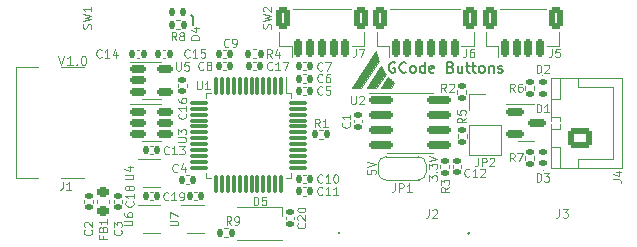
<source format=gbr>
%TF.GenerationSoftware,KiCad,Pcbnew,(6.0.6)*%
%TF.CreationDate,2022-07-10T21:22:37+02:00*%
%TF.ProjectId,GCode_Buttons_MCU,47436f64-655f-4427-9574-746f6e735f4d,rev?*%
%TF.SameCoordinates,Original*%
%TF.FileFunction,Legend,Top*%
%TF.FilePolarity,Positive*%
%FSLAX46Y46*%
G04 Gerber Fmt 4.6, Leading zero omitted, Abs format (unit mm)*
G04 Created by KiCad (PCBNEW (6.0.6)) date 2022-07-10 21:22:37*
%MOMM*%
%LPD*%
G01*
G04 APERTURE LIST*
G04 Aperture macros list*
%AMRoundRect*
0 Rectangle with rounded corners*
0 $1 Rounding radius*
0 $2 $3 $4 $5 $6 $7 $8 $9 X,Y pos of 4 corners*
0 Add a 4 corners polygon primitive as box body*
4,1,4,$2,$3,$4,$5,$6,$7,$8,$9,$2,$3,0*
0 Add four circle primitives for the rounded corners*
1,1,$1+$1,$2,$3*
1,1,$1+$1,$4,$5*
1,1,$1+$1,$6,$7*
1,1,$1+$1,$8,$9*
0 Add four rect primitives between the rounded corners*
20,1,$1+$1,$2,$3,$4,$5,0*
20,1,$1+$1,$4,$5,$6,$7,0*
20,1,$1+$1,$6,$7,$8,$9,0*
20,1,$1+$1,$8,$9,$2,$3,0*%
%AMFreePoly0*
4,1,22,0.550000,-0.750000,0.000000,-0.750000,0.000000,-0.745033,-0.079941,-0.743568,-0.215256,-0.701293,-0.333266,-0.622738,-0.424486,-0.514219,-0.481581,-0.384460,-0.499164,-0.250000,-0.500000,-0.250000,-0.500000,0.250000,-0.499164,0.250000,-0.499963,0.256109,-0.478152,0.396186,-0.417904,0.524511,-0.324060,0.630769,-0.204165,0.706417,-0.067858,0.745374,0.000000,0.744959,0.000000,0.750000,
0.550000,0.750000,0.550000,-0.750000,0.550000,-0.750000,$1*%
%AMFreePoly1*
4,1,20,0.000000,0.744959,0.073905,0.744508,0.209726,0.703889,0.328688,0.626782,0.421226,0.519385,0.479903,0.390333,0.500000,0.250000,0.500000,-0.250000,0.499851,-0.262216,0.476331,-0.402017,0.414519,-0.529596,0.319384,-0.634700,0.198574,-0.708877,0.061801,-0.746166,0.000000,-0.745033,0.000000,-0.750000,-0.550000,-0.750000,-0.550000,0.750000,0.000000,0.750000,0.000000,0.744959,
0.000000,0.744959,$1*%
G04 Aperture macros list end*
%ADD10C,0.003000*%
%ADD11C,0.150000*%
%ADD12C,0.100000*%
%ADD13C,0.120000*%
%ADD14RoundRect,0.140000X0.170000X-0.140000X0.170000X0.140000X-0.170000X0.140000X-0.170000X-0.140000X0*%
%ADD15RoundRect,0.140000X-0.170000X0.140000X-0.170000X-0.140000X0.170000X-0.140000X0.170000X0.140000X0*%
%ADD16RoundRect,0.140000X0.140000X0.170000X-0.140000X0.170000X-0.140000X-0.170000X0.140000X-0.170000X0*%
%ADD17RoundRect,0.140000X-0.140000X-0.170000X0.140000X-0.170000X0.140000X0.170000X-0.140000X0.170000X0*%
%ADD18RoundRect,0.150000X-0.587500X-0.150000X0.587500X-0.150000X0.587500X0.150000X-0.587500X0.150000X0*%
%ADD19RoundRect,0.147500X-0.172500X0.147500X-0.172500X-0.147500X0.172500X-0.147500X0.172500X0.147500X0*%
%ADD20RoundRect,0.147500X0.172500X-0.147500X0.172500X0.147500X-0.172500X0.147500X-0.172500X-0.147500X0*%
%ADD21RoundRect,0.147500X0.147500X0.172500X-0.147500X0.172500X-0.147500X-0.172500X0.147500X-0.172500X0*%
%ADD22R,1.000000X0.600000*%
%ADD23RoundRect,0.218750X-0.256250X0.218750X-0.256250X-0.218750X0.256250X-0.218750X0.256250X0.218750X0*%
%ADD24C,2.200000*%
%ADD25C,0.650000*%
%ADD26R,1.450000X0.600000*%
%ADD27R,1.450000X0.300000*%
%ADD28O,2.100000X1.000000*%
%ADD29O,1.600000X1.000000*%
%ADD30RoundRect,0.250000X0.750000X-0.600000X0.750000X0.600000X-0.750000X0.600000X-0.750000X-0.600000X0*%
%ADD31O,2.000000X1.700000*%
%ADD32RoundRect,0.150000X-0.150000X-0.625000X0.150000X-0.625000X0.150000X0.625000X-0.150000X0.625000X0*%
%ADD33RoundRect,0.250000X-0.350000X-0.650000X0.350000X-0.650000X0.350000X0.650000X-0.350000X0.650000X0*%
%ADD34FreePoly0,0.000000*%
%ADD35R,1.000000X1.500000*%
%ADD36FreePoly1,0.000000*%
%ADD37R,1.700000X1.700000*%
%ADD38O,1.700000X1.700000*%
%ADD39RoundRect,0.135000X-0.135000X-0.185000X0.135000X-0.185000X0.135000X0.185000X-0.135000X0.185000X0*%
%ADD40RoundRect,0.135000X0.185000X-0.135000X0.185000X0.135000X-0.185000X0.135000X-0.185000X-0.135000X0*%
%ADD41RoundRect,0.135000X0.135000X0.185000X-0.135000X0.185000X-0.135000X-0.185000X0.135000X-0.185000X0*%
%ADD42RoundRect,0.135000X-0.185000X0.135000X-0.185000X-0.135000X0.185000X-0.135000X0.185000X0.135000X0*%
%ADD43C,0.700000*%
%ADD44R,0.900000X0.800000*%
%ADD45R,0.600000X1.200000*%
%ADD46RoundRect,0.075000X-0.075000X0.662500X-0.075000X-0.662500X0.075000X-0.662500X0.075000X0.662500X0*%
%ADD47RoundRect,0.075000X-0.662500X0.075000X-0.662500X-0.075000X0.662500X-0.075000X0.662500X0.075000X0*%
%ADD48RoundRect,0.150000X-0.825000X-0.150000X0.825000X-0.150000X0.825000X0.150000X-0.825000X0.150000X0*%
%ADD49RoundRect,0.150000X-0.512500X-0.150000X0.512500X-0.150000X0.512500X0.150000X-0.512500X0.150000X0*%
%ADD50R,0.650000X0.400000*%
%ADD51R,2.400000X2.400000*%
%ADD52R,0.400000X1.350000*%
%ADD53C,0.450000*%
%ADD54C,0.800000*%
%ADD55C,0.600000*%
G04 APERTURE END LIST*
D10*
G36*
X129901779Y-96197589D02*
G01*
X129959085Y-96258900D01*
X130017545Y-96319094D01*
X130077141Y-96378156D01*
X130137856Y-96436068D01*
X130199672Y-96492813D01*
X130262572Y-96548375D01*
X130326538Y-96602737D01*
X130326538Y-96602745D01*
X130033343Y-97051722D01*
X129240807Y-97050000D01*
X129845644Y-96135179D01*
X129901779Y-96197589D01*
G37*
X129901779Y-96197589D02*
X129959085Y-96258900D01*
X130017545Y-96319094D01*
X130077141Y-96378156D01*
X130137856Y-96436068D01*
X130199672Y-96492813D01*
X130262572Y-96548375D01*
X130326538Y-96602737D01*
X130326538Y-96602745D01*
X130033343Y-97051722D01*
X129240807Y-97050000D01*
X129845644Y-96135179D01*
X129901779Y-96197589D01*
G36*
X128827028Y-94046953D02*
G01*
X128848835Y-94155873D01*
X128873362Y-94264145D01*
X128900534Y-94371570D01*
X128930276Y-94477944D01*
X128962514Y-94583069D01*
X128997173Y-94686743D01*
X129034178Y-94788765D01*
X127550000Y-97050000D01*
X126758354Y-97049166D01*
X128808015Y-93937587D01*
X128827028Y-94046953D01*
G37*
X128827028Y-94046953D02*
X128848835Y-94155873D01*
X128873362Y-94264145D01*
X128900534Y-94371570D01*
X128930276Y-94477944D01*
X128962514Y-94583069D01*
X128997173Y-94686743D01*
X129034178Y-94788765D01*
X127550000Y-97050000D01*
X126758354Y-97049166D01*
X128808015Y-93937587D01*
X128827028Y-94046953D01*
D11*
X113300000Y-91050000D02*
X113100000Y-90850000D01*
D10*
G36*
X129260213Y-95289218D02*
G01*
X129303368Y-95368642D01*
X129348107Y-95447067D01*
X129394409Y-95524470D01*
X129442253Y-95600829D01*
X129491621Y-95676121D01*
X129542491Y-95750325D01*
X129594843Y-95823418D01*
X128790989Y-97051722D01*
X127999580Y-97050595D01*
X129218661Y-95208817D01*
X129260213Y-95289218D01*
G37*
X129260213Y-95289218D02*
X129303368Y-95368642D01*
X129348107Y-95447067D01*
X129394409Y-95524470D01*
X129442253Y-95600829D01*
X129491621Y-95676121D01*
X129542491Y-95750325D01*
X129594843Y-95823418D01*
X128790989Y-97051722D01*
X127999580Y-97050595D01*
X129218661Y-95208817D01*
X129260213Y-95289218D01*
D11*
X113300000Y-91750000D02*
X113300000Y-91050000D01*
X130392857Y-94900000D02*
X130307142Y-94857142D01*
X130178571Y-94857142D01*
X130050000Y-94900000D01*
X129964285Y-94985714D01*
X129921428Y-95071428D01*
X129878571Y-95242857D01*
X129878571Y-95371428D01*
X129921428Y-95542857D01*
X129964285Y-95628571D01*
X130050000Y-95714285D01*
X130178571Y-95757142D01*
X130264285Y-95757142D01*
X130392857Y-95714285D01*
X130435714Y-95671428D01*
X130435714Y-95371428D01*
X130264285Y-95371428D01*
X131335714Y-95671428D02*
X131292857Y-95714285D01*
X131164285Y-95757142D01*
X131078571Y-95757142D01*
X130950000Y-95714285D01*
X130864285Y-95628571D01*
X130821428Y-95542857D01*
X130778571Y-95371428D01*
X130778571Y-95242857D01*
X130821428Y-95071428D01*
X130864285Y-94985714D01*
X130950000Y-94900000D01*
X131078571Y-94857142D01*
X131164285Y-94857142D01*
X131292857Y-94900000D01*
X131335714Y-94942857D01*
X131850000Y-95757142D02*
X131764285Y-95714285D01*
X131721428Y-95671428D01*
X131678571Y-95585714D01*
X131678571Y-95328571D01*
X131721428Y-95242857D01*
X131764285Y-95200000D01*
X131850000Y-95157142D01*
X131978571Y-95157142D01*
X132064285Y-95200000D01*
X132107142Y-95242857D01*
X132150000Y-95328571D01*
X132150000Y-95585714D01*
X132107142Y-95671428D01*
X132064285Y-95714285D01*
X131978571Y-95757142D01*
X131850000Y-95757142D01*
X132921428Y-95757142D02*
X132921428Y-94857142D01*
X132921428Y-95714285D02*
X132835714Y-95757142D01*
X132664285Y-95757142D01*
X132578571Y-95714285D01*
X132535714Y-95671428D01*
X132492857Y-95585714D01*
X132492857Y-95328571D01*
X132535714Y-95242857D01*
X132578571Y-95200000D01*
X132664285Y-95157142D01*
X132835714Y-95157142D01*
X132921428Y-95200000D01*
X133692857Y-95714285D02*
X133607142Y-95757142D01*
X133435714Y-95757142D01*
X133350000Y-95714285D01*
X133307142Y-95628571D01*
X133307142Y-95285714D01*
X133350000Y-95200000D01*
X133435714Y-95157142D01*
X133607142Y-95157142D01*
X133692857Y-95200000D01*
X133735714Y-95285714D01*
X133735714Y-95371428D01*
X133307142Y-95457142D01*
X135107142Y-95285714D02*
X135235714Y-95328571D01*
X135278571Y-95371428D01*
X135321428Y-95457142D01*
X135321428Y-95585714D01*
X135278571Y-95671428D01*
X135235714Y-95714285D01*
X135150000Y-95757142D01*
X134807142Y-95757142D01*
X134807142Y-94857142D01*
X135107142Y-94857142D01*
X135192857Y-94900000D01*
X135235714Y-94942857D01*
X135278571Y-95028571D01*
X135278571Y-95114285D01*
X135235714Y-95200000D01*
X135192857Y-95242857D01*
X135107142Y-95285714D01*
X134807142Y-95285714D01*
X136092857Y-95157142D02*
X136092857Y-95757142D01*
X135707142Y-95157142D02*
X135707142Y-95628571D01*
X135750000Y-95714285D01*
X135835714Y-95757142D01*
X135964285Y-95757142D01*
X136050000Y-95714285D01*
X136092857Y-95671428D01*
X136392857Y-95157142D02*
X136735714Y-95157142D01*
X136521428Y-94857142D02*
X136521428Y-95628571D01*
X136564285Y-95714285D01*
X136650000Y-95757142D01*
X136735714Y-95757142D01*
X136907142Y-95157142D02*
X137250000Y-95157142D01*
X137035714Y-94857142D02*
X137035714Y-95628571D01*
X137078571Y-95714285D01*
X137164285Y-95757142D01*
X137250000Y-95757142D01*
X137678571Y-95757142D02*
X137592857Y-95714285D01*
X137550000Y-95671428D01*
X137507142Y-95585714D01*
X137507142Y-95328571D01*
X137550000Y-95242857D01*
X137592857Y-95200000D01*
X137678571Y-95157142D01*
X137807142Y-95157142D01*
X137892857Y-95200000D01*
X137935714Y-95242857D01*
X137978571Y-95328571D01*
X137978571Y-95585714D01*
X137935714Y-95671428D01*
X137892857Y-95714285D01*
X137807142Y-95757142D01*
X137678571Y-95757142D01*
X138364285Y-95157142D02*
X138364285Y-95757142D01*
X138364285Y-95242857D02*
X138407142Y-95200000D01*
X138492857Y-95157142D01*
X138621428Y-95157142D01*
X138707142Y-95200000D01*
X138750000Y-95285714D01*
X138750000Y-95757142D01*
X139135714Y-95714285D02*
X139221428Y-95757142D01*
X139392857Y-95757142D01*
X139478571Y-95714285D01*
X139521428Y-95628571D01*
X139521428Y-95585714D01*
X139478571Y-95500000D01*
X139392857Y-95457142D01*
X139264285Y-95457142D01*
X139178571Y-95414285D01*
X139135714Y-95328571D01*
X139135714Y-95285714D01*
X139178571Y-95200000D01*
X139264285Y-95157142D01*
X139392857Y-95157142D01*
X139478571Y-95200000D01*
D12*
X101880952Y-94311904D02*
X102147619Y-95111904D01*
X102414285Y-94311904D01*
X103100000Y-95111904D02*
X102642857Y-95111904D01*
X102871428Y-95111904D02*
X102871428Y-94311904D01*
X102795238Y-94426190D01*
X102719047Y-94502380D01*
X102642857Y-94540476D01*
X103442857Y-95035714D02*
X103480952Y-95073809D01*
X103442857Y-95111904D01*
X103404761Y-95073809D01*
X103442857Y-95035714D01*
X103442857Y-95111904D01*
X103976190Y-94311904D02*
X104052380Y-94311904D01*
X104128571Y-94350000D01*
X104166666Y-94388095D01*
X104204761Y-94464285D01*
X104242857Y-94616666D01*
X104242857Y-94807142D01*
X104204761Y-94959523D01*
X104166666Y-95035714D01*
X104128571Y-95073809D01*
X104052380Y-95111904D01*
X103976190Y-95111904D01*
X103900000Y-95073809D01*
X103861904Y-95035714D01*
X103823809Y-94959523D01*
X103785714Y-94807142D01*
X103785714Y-94616666D01*
X103823809Y-94464285D01*
X103861904Y-94388095D01*
X103900000Y-94350000D01*
X103976190Y-94311904D01*
%TO.C,C1*%
X126550000Y-99966666D02*
X126583333Y-100000000D01*
X126616666Y-100100000D01*
X126616666Y-100166666D01*
X126583333Y-100266666D01*
X126516666Y-100333333D01*
X126450000Y-100366666D01*
X126316666Y-100400000D01*
X126216666Y-100400000D01*
X126083333Y-100366666D01*
X126016666Y-100333333D01*
X125950000Y-100266666D01*
X125916666Y-100166666D01*
X125916666Y-100100000D01*
X125950000Y-100000000D01*
X125983333Y-99966666D01*
X126616666Y-99300000D02*
X126616666Y-99700000D01*
X126616666Y-99500000D02*
X125916666Y-99500000D01*
X126016666Y-99566666D01*
X126083333Y-99633333D01*
X126116666Y-99700000D01*
%TO.C,C2*%
X104700000Y-109066666D02*
X104733333Y-109100000D01*
X104766666Y-109200000D01*
X104766666Y-109266666D01*
X104733333Y-109366666D01*
X104666666Y-109433333D01*
X104600000Y-109466666D01*
X104466666Y-109500000D01*
X104366666Y-109500000D01*
X104233333Y-109466666D01*
X104166666Y-109433333D01*
X104100000Y-109366666D01*
X104066666Y-109266666D01*
X104066666Y-109200000D01*
X104100000Y-109100000D01*
X104133333Y-109066666D01*
X104133333Y-108800000D02*
X104100000Y-108766666D01*
X104066666Y-108700000D01*
X104066666Y-108533333D01*
X104100000Y-108466666D01*
X104133333Y-108433333D01*
X104200000Y-108400000D01*
X104266666Y-108400000D01*
X104366666Y-108433333D01*
X104766666Y-108833333D01*
X104766666Y-108400000D01*
%TO.C,C3*%
X107200000Y-109066666D02*
X107233333Y-109100000D01*
X107266666Y-109200000D01*
X107266666Y-109266666D01*
X107233333Y-109366666D01*
X107166666Y-109433333D01*
X107100000Y-109466666D01*
X106966666Y-109500000D01*
X106866666Y-109500000D01*
X106733333Y-109466666D01*
X106666666Y-109433333D01*
X106600000Y-109366666D01*
X106566666Y-109266666D01*
X106566666Y-109200000D01*
X106600000Y-109100000D01*
X106633333Y-109066666D01*
X106566666Y-108833333D02*
X106566666Y-108400000D01*
X106833333Y-108633333D01*
X106833333Y-108533333D01*
X106866666Y-108466666D01*
X106900000Y-108433333D01*
X106966666Y-108400000D01*
X107133333Y-108400000D01*
X107200000Y-108433333D01*
X107233333Y-108466666D01*
X107266666Y-108533333D01*
X107266666Y-108733333D01*
X107233333Y-108800000D01*
X107200000Y-108833333D01*
%TO.C,C4*%
X111983333Y-104100000D02*
X111950000Y-104133333D01*
X111850000Y-104166666D01*
X111783333Y-104166666D01*
X111683333Y-104133333D01*
X111616666Y-104066666D01*
X111583333Y-104000000D01*
X111550000Y-103866666D01*
X111550000Y-103766666D01*
X111583333Y-103633333D01*
X111616666Y-103566666D01*
X111683333Y-103500000D01*
X111783333Y-103466666D01*
X111850000Y-103466666D01*
X111950000Y-103500000D01*
X111983333Y-103533333D01*
X112583333Y-103700000D02*
X112583333Y-104166666D01*
X112416666Y-103433333D02*
X112250000Y-103933333D01*
X112683333Y-103933333D01*
%TO.C,C5*%
X124253333Y-97550000D02*
X124220000Y-97583333D01*
X124120000Y-97616666D01*
X124053333Y-97616666D01*
X123953333Y-97583333D01*
X123886666Y-97516666D01*
X123853333Y-97450000D01*
X123820000Y-97316666D01*
X123820000Y-97216666D01*
X123853333Y-97083333D01*
X123886666Y-97016666D01*
X123953333Y-96950000D01*
X124053333Y-96916666D01*
X124120000Y-96916666D01*
X124220000Y-96950000D01*
X124253333Y-96983333D01*
X124886666Y-96916666D02*
X124553333Y-96916666D01*
X124520000Y-97250000D01*
X124553333Y-97216666D01*
X124620000Y-97183333D01*
X124786666Y-97183333D01*
X124853333Y-97216666D01*
X124886666Y-97250000D01*
X124920000Y-97316666D01*
X124920000Y-97483333D01*
X124886666Y-97550000D01*
X124853333Y-97583333D01*
X124786666Y-97616666D01*
X124620000Y-97616666D01*
X124553333Y-97583333D01*
X124520000Y-97550000D01*
%TO.C,C6*%
X124253333Y-96500000D02*
X124220000Y-96533333D01*
X124120000Y-96566666D01*
X124053333Y-96566666D01*
X123953333Y-96533333D01*
X123886666Y-96466666D01*
X123853333Y-96400000D01*
X123820000Y-96266666D01*
X123820000Y-96166666D01*
X123853333Y-96033333D01*
X123886666Y-95966666D01*
X123953333Y-95900000D01*
X124053333Y-95866666D01*
X124120000Y-95866666D01*
X124220000Y-95900000D01*
X124253333Y-95933333D01*
X124853333Y-95866666D02*
X124720000Y-95866666D01*
X124653333Y-95900000D01*
X124620000Y-95933333D01*
X124553333Y-96033333D01*
X124520000Y-96166666D01*
X124520000Y-96433333D01*
X124553333Y-96500000D01*
X124586666Y-96533333D01*
X124653333Y-96566666D01*
X124786666Y-96566666D01*
X124853333Y-96533333D01*
X124886666Y-96500000D01*
X124920000Y-96433333D01*
X124920000Y-96266666D01*
X124886666Y-96200000D01*
X124853333Y-96166666D01*
X124786666Y-96133333D01*
X124653333Y-96133333D01*
X124586666Y-96166666D01*
X124553333Y-96200000D01*
X124520000Y-96266666D01*
%TO.C,C7*%
X124253333Y-95500000D02*
X124220000Y-95533333D01*
X124120000Y-95566666D01*
X124053333Y-95566666D01*
X123953333Y-95533333D01*
X123886666Y-95466666D01*
X123853333Y-95400000D01*
X123820000Y-95266666D01*
X123820000Y-95166666D01*
X123853333Y-95033333D01*
X123886666Y-94966666D01*
X123953333Y-94900000D01*
X124053333Y-94866666D01*
X124120000Y-94866666D01*
X124220000Y-94900000D01*
X124253333Y-94933333D01*
X124486666Y-94866666D02*
X124953333Y-94866666D01*
X124653333Y-95566666D01*
%TO.C,C8*%
X114183333Y-95450000D02*
X114150000Y-95483333D01*
X114050000Y-95516666D01*
X113983333Y-95516666D01*
X113883333Y-95483333D01*
X113816666Y-95416666D01*
X113783333Y-95350000D01*
X113750000Y-95216666D01*
X113750000Y-95116666D01*
X113783333Y-94983333D01*
X113816666Y-94916666D01*
X113883333Y-94850000D01*
X113983333Y-94816666D01*
X114050000Y-94816666D01*
X114150000Y-94850000D01*
X114183333Y-94883333D01*
X114583333Y-95116666D02*
X114516666Y-95083333D01*
X114483333Y-95050000D01*
X114450000Y-94983333D01*
X114450000Y-94950000D01*
X114483333Y-94883333D01*
X114516666Y-94850000D01*
X114583333Y-94816666D01*
X114716666Y-94816666D01*
X114783333Y-94850000D01*
X114816666Y-94883333D01*
X114850000Y-94950000D01*
X114850000Y-94983333D01*
X114816666Y-95050000D01*
X114783333Y-95083333D01*
X114716666Y-95116666D01*
X114583333Y-95116666D01*
X114516666Y-95150000D01*
X114483333Y-95183333D01*
X114450000Y-95250000D01*
X114450000Y-95383333D01*
X114483333Y-95450000D01*
X114516666Y-95483333D01*
X114583333Y-95516666D01*
X114716666Y-95516666D01*
X114783333Y-95483333D01*
X114816666Y-95450000D01*
X114850000Y-95383333D01*
X114850000Y-95250000D01*
X114816666Y-95183333D01*
X114783333Y-95150000D01*
X114716666Y-95116666D01*
%TO.C,C9*%
X116333333Y-93500000D02*
X116300000Y-93533333D01*
X116200000Y-93566666D01*
X116133333Y-93566666D01*
X116033333Y-93533333D01*
X115966666Y-93466666D01*
X115933333Y-93400000D01*
X115900000Y-93266666D01*
X115900000Y-93166666D01*
X115933333Y-93033333D01*
X115966666Y-92966666D01*
X116033333Y-92900000D01*
X116133333Y-92866666D01*
X116200000Y-92866666D01*
X116300000Y-92900000D01*
X116333333Y-92933333D01*
X116666666Y-93566666D02*
X116800000Y-93566666D01*
X116866666Y-93533333D01*
X116900000Y-93500000D01*
X116966666Y-93400000D01*
X117000000Y-93266666D01*
X117000000Y-93000000D01*
X116966666Y-92933333D01*
X116933333Y-92900000D01*
X116866666Y-92866666D01*
X116733333Y-92866666D01*
X116666666Y-92900000D01*
X116633333Y-92933333D01*
X116600000Y-93000000D01*
X116600000Y-93166666D01*
X116633333Y-93233333D01*
X116666666Y-93266666D01*
X116733333Y-93300000D01*
X116866666Y-93300000D01*
X116933333Y-93266666D01*
X116966666Y-93233333D01*
X117000000Y-93166666D01*
%TO.C,C10*%
X124250000Y-105000000D02*
X124216666Y-105033333D01*
X124116666Y-105066666D01*
X124050000Y-105066666D01*
X123950000Y-105033333D01*
X123883333Y-104966666D01*
X123850000Y-104900000D01*
X123816666Y-104766666D01*
X123816666Y-104666666D01*
X123850000Y-104533333D01*
X123883333Y-104466666D01*
X123950000Y-104400000D01*
X124050000Y-104366666D01*
X124116666Y-104366666D01*
X124216666Y-104400000D01*
X124250000Y-104433333D01*
X124916666Y-105066666D02*
X124516666Y-105066666D01*
X124716666Y-105066666D02*
X124716666Y-104366666D01*
X124650000Y-104466666D01*
X124583333Y-104533333D01*
X124516666Y-104566666D01*
X125350000Y-104366666D02*
X125416666Y-104366666D01*
X125483333Y-104400000D01*
X125516666Y-104433333D01*
X125550000Y-104500000D01*
X125583333Y-104633333D01*
X125583333Y-104800000D01*
X125550000Y-104933333D01*
X125516666Y-105000000D01*
X125483333Y-105033333D01*
X125416666Y-105066666D01*
X125350000Y-105066666D01*
X125283333Y-105033333D01*
X125250000Y-105000000D01*
X125216666Y-104933333D01*
X125183333Y-104800000D01*
X125183333Y-104633333D01*
X125216666Y-104500000D01*
X125250000Y-104433333D01*
X125283333Y-104400000D01*
X125350000Y-104366666D01*
%TO.C,C11*%
X124250000Y-106050000D02*
X124216666Y-106083333D01*
X124116666Y-106116666D01*
X124050000Y-106116666D01*
X123950000Y-106083333D01*
X123883333Y-106016666D01*
X123850000Y-105950000D01*
X123816666Y-105816666D01*
X123816666Y-105716666D01*
X123850000Y-105583333D01*
X123883333Y-105516666D01*
X123950000Y-105450000D01*
X124050000Y-105416666D01*
X124116666Y-105416666D01*
X124216666Y-105450000D01*
X124250000Y-105483333D01*
X124916666Y-106116666D02*
X124516666Y-106116666D01*
X124716666Y-106116666D02*
X124716666Y-105416666D01*
X124650000Y-105516666D01*
X124583333Y-105583333D01*
X124516666Y-105616666D01*
X125583333Y-106116666D02*
X125183333Y-106116666D01*
X125383333Y-106116666D02*
X125383333Y-105416666D01*
X125316666Y-105516666D01*
X125250000Y-105583333D01*
X125183333Y-105616666D01*
%TO.C,C12*%
X136700000Y-104500000D02*
X136666666Y-104533333D01*
X136566666Y-104566666D01*
X136500000Y-104566666D01*
X136400000Y-104533333D01*
X136333333Y-104466666D01*
X136300000Y-104400000D01*
X136266666Y-104266666D01*
X136266666Y-104166666D01*
X136300000Y-104033333D01*
X136333333Y-103966666D01*
X136400000Y-103900000D01*
X136500000Y-103866666D01*
X136566666Y-103866666D01*
X136666666Y-103900000D01*
X136700000Y-103933333D01*
X137366666Y-104566666D02*
X136966666Y-104566666D01*
X137166666Y-104566666D02*
X137166666Y-103866666D01*
X137100000Y-103966666D01*
X137033333Y-104033333D01*
X136966666Y-104066666D01*
X137633333Y-103933333D02*
X137666666Y-103900000D01*
X137733333Y-103866666D01*
X137900000Y-103866666D01*
X137966666Y-103900000D01*
X138000000Y-103933333D01*
X138033333Y-104000000D01*
X138033333Y-104066666D01*
X138000000Y-104166666D01*
X137600000Y-104566666D01*
X138033333Y-104566666D01*
%TO.C,C13*%
X111250000Y-102600000D02*
X111216666Y-102633333D01*
X111116666Y-102666666D01*
X111050000Y-102666666D01*
X110950000Y-102633333D01*
X110883333Y-102566666D01*
X110850000Y-102500000D01*
X110816666Y-102366666D01*
X110816666Y-102266666D01*
X110850000Y-102133333D01*
X110883333Y-102066666D01*
X110950000Y-102000000D01*
X111050000Y-101966666D01*
X111116666Y-101966666D01*
X111216666Y-102000000D01*
X111250000Y-102033333D01*
X111916666Y-102666666D02*
X111516666Y-102666666D01*
X111716666Y-102666666D02*
X111716666Y-101966666D01*
X111650000Y-102066666D01*
X111583333Y-102133333D01*
X111516666Y-102166666D01*
X112150000Y-101966666D02*
X112583333Y-101966666D01*
X112350000Y-102233333D01*
X112450000Y-102233333D01*
X112516666Y-102266666D01*
X112550000Y-102300000D01*
X112583333Y-102366666D01*
X112583333Y-102533333D01*
X112550000Y-102600000D01*
X112516666Y-102633333D01*
X112450000Y-102666666D01*
X112250000Y-102666666D01*
X112183333Y-102633333D01*
X112150000Y-102600000D01*
%TO.C,C14*%
X105550000Y-94400000D02*
X105516666Y-94433333D01*
X105416666Y-94466666D01*
X105350000Y-94466666D01*
X105250000Y-94433333D01*
X105183333Y-94366666D01*
X105150000Y-94300000D01*
X105116666Y-94166666D01*
X105116666Y-94066666D01*
X105150000Y-93933333D01*
X105183333Y-93866666D01*
X105250000Y-93800000D01*
X105350000Y-93766666D01*
X105416666Y-93766666D01*
X105516666Y-93800000D01*
X105550000Y-93833333D01*
X106216666Y-94466666D02*
X105816666Y-94466666D01*
X106016666Y-94466666D02*
X106016666Y-93766666D01*
X105950000Y-93866666D01*
X105883333Y-93933333D01*
X105816666Y-93966666D01*
X106816666Y-94000000D02*
X106816666Y-94466666D01*
X106650000Y-93733333D02*
X106483333Y-94233333D01*
X106916666Y-94233333D01*
%TO.C,C15*%
X113000000Y-94400000D02*
X112966666Y-94433333D01*
X112866666Y-94466666D01*
X112800000Y-94466666D01*
X112700000Y-94433333D01*
X112633333Y-94366666D01*
X112600000Y-94300000D01*
X112566666Y-94166666D01*
X112566666Y-94066666D01*
X112600000Y-93933333D01*
X112633333Y-93866666D01*
X112700000Y-93800000D01*
X112800000Y-93766666D01*
X112866666Y-93766666D01*
X112966666Y-93800000D01*
X113000000Y-93833333D01*
X113666666Y-94466666D02*
X113266666Y-94466666D01*
X113466666Y-94466666D02*
X113466666Y-93766666D01*
X113400000Y-93866666D01*
X113333333Y-93933333D01*
X113266666Y-93966666D01*
X114300000Y-93766666D02*
X113966666Y-93766666D01*
X113933333Y-94100000D01*
X113966666Y-94066666D01*
X114033333Y-94033333D01*
X114200000Y-94033333D01*
X114266666Y-94066666D01*
X114300000Y-94100000D01*
X114333333Y-94166666D01*
X114333333Y-94333333D01*
X114300000Y-94400000D01*
X114266666Y-94433333D01*
X114200000Y-94466666D01*
X114033333Y-94466666D01*
X113966666Y-94433333D01*
X113933333Y-94400000D01*
%TO.C,C16*%
X112674520Y-99225480D02*
X112707853Y-99258813D01*
X112741186Y-99358813D01*
X112741186Y-99425480D01*
X112707853Y-99525480D01*
X112641186Y-99592146D01*
X112574520Y-99625480D01*
X112441186Y-99658813D01*
X112341186Y-99658813D01*
X112207853Y-99625480D01*
X112141186Y-99592146D01*
X112074520Y-99525480D01*
X112041186Y-99425480D01*
X112041186Y-99358813D01*
X112074520Y-99258813D01*
X112107853Y-99225480D01*
X112741186Y-98558813D02*
X112741186Y-98958813D01*
X112741186Y-98758813D02*
X112041186Y-98758813D01*
X112141186Y-98825480D01*
X112207853Y-98892146D01*
X112241186Y-98958813D01*
X112041186Y-97958813D02*
X112041186Y-98092146D01*
X112074520Y-98158813D01*
X112107853Y-98192146D01*
X112207853Y-98258813D01*
X112341186Y-98292146D01*
X112607853Y-98292146D01*
X112674520Y-98258813D01*
X112707853Y-98225480D01*
X112741186Y-98158813D01*
X112741186Y-98025480D01*
X112707853Y-97958813D01*
X112674520Y-97925480D01*
X112607853Y-97892146D01*
X112441186Y-97892146D01*
X112374520Y-97925480D01*
X112341186Y-97958813D01*
X112307853Y-98025480D01*
X112307853Y-98158813D01*
X112341186Y-98225480D01*
X112374520Y-98258813D01*
X112441186Y-98292146D01*
%TO.C,C17*%
X120000000Y-95450000D02*
X119966666Y-95483333D01*
X119866666Y-95516666D01*
X119800000Y-95516666D01*
X119700000Y-95483333D01*
X119633333Y-95416666D01*
X119600000Y-95350000D01*
X119566666Y-95216666D01*
X119566666Y-95116666D01*
X119600000Y-94983333D01*
X119633333Y-94916666D01*
X119700000Y-94850000D01*
X119800000Y-94816666D01*
X119866666Y-94816666D01*
X119966666Y-94850000D01*
X120000000Y-94883333D01*
X120666666Y-95516666D02*
X120266666Y-95516666D01*
X120466666Y-95516666D02*
X120466666Y-94816666D01*
X120400000Y-94916666D01*
X120333333Y-94983333D01*
X120266666Y-95016666D01*
X120900000Y-94816666D02*
X121366666Y-94816666D01*
X121066666Y-95516666D01*
%TO.C,C18*%
X108200000Y-106650000D02*
X108233333Y-106683333D01*
X108266666Y-106783333D01*
X108266666Y-106850000D01*
X108233333Y-106950000D01*
X108166666Y-107016666D01*
X108100000Y-107050000D01*
X107966666Y-107083333D01*
X107866666Y-107083333D01*
X107733333Y-107050000D01*
X107666666Y-107016666D01*
X107600000Y-106950000D01*
X107566666Y-106850000D01*
X107566666Y-106783333D01*
X107600000Y-106683333D01*
X107633333Y-106650000D01*
X108266666Y-105983333D02*
X108266666Y-106383333D01*
X108266666Y-106183333D02*
X107566666Y-106183333D01*
X107666666Y-106250000D01*
X107733333Y-106316666D01*
X107766666Y-106383333D01*
X107866666Y-105583333D02*
X107833333Y-105650000D01*
X107800000Y-105683333D01*
X107733333Y-105716666D01*
X107700000Y-105716666D01*
X107633333Y-105683333D01*
X107600000Y-105650000D01*
X107566666Y-105583333D01*
X107566666Y-105450000D01*
X107600000Y-105383333D01*
X107633333Y-105350000D01*
X107700000Y-105316666D01*
X107733333Y-105316666D01*
X107800000Y-105350000D01*
X107833333Y-105383333D01*
X107866666Y-105450000D01*
X107866666Y-105583333D01*
X107900000Y-105650000D01*
X107933333Y-105683333D01*
X108000000Y-105716666D01*
X108133333Y-105716666D01*
X108200000Y-105683333D01*
X108233333Y-105650000D01*
X108266666Y-105583333D01*
X108266666Y-105450000D01*
X108233333Y-105383333D01*
X108200000Y-105350000D01*
X108133333Y-105316666D01*
X108000000Y-105316666D01*
X107933333Y-105350000D01*
X107900000Y-105383333D01*
X107866666Y-105450000D01*
%TO.C,C19*%
X111200000Y-106500000D02*
X111166666Y-106533333D01*
X111066666Y-106566666D01*
X111000000Y-106566666D01*
X110900000Y-106533333D01*
X110833333Y-106466666D01*
X110800000Y-106400000D01*
X110766666Y-106266666D01*
X110766666Y-106166666D01*
X110800000Y-106033333D01*
X110833333Y-105966666D01*
X110900000Y-105900000D01*
X111000000Y-105866666D01*
X111066666Y-105866666D01*
X111166666Y-105900000D01*
X111200000Y-105933333D01*
X111866666Y-106566666D02*
X111466666Y-106566666D01*
X111666666Y-106566666D02*
X111666666Y-105866666D01*
X111600000Y-105966666D01*
X111533333Y-106033333D01*
X111466666Y-106066666D01*
X112200000Y-106566666D02*
X112333333Y-106566666D01*
X112400000Y-106533333D01*
X112433333Y-106500000D01*
X112500000Y-106400000D01*
X112533333Y-106266666D01*
X112533333Y-106000000D01*
X112500000Y-105933333D01*
X112466666Y-105900000D01*
X112400000Y-105866666D01*
X112266666Y-105866666D01*
X112200000Y-105900000D01*
X112166666Y-105933333D01*
X112133333Y-106000000D01*
X112133333Y-106166666D01*
X112166666Y-106233333D01*
X112200000Y-106266666D01*
X112266666Y-106300000D01*
X112400000Y-106300000D01*
X112466666Y-106266666D01*
X112500000Y-106233333D01*
X112533333Y-106166666D01*
%TO.C,C20*%
X122750000Y-108500000D02*
X122783333Y-108533333D01*
X122816666Y-108633333D01*
X122816666Y-108700000D01*
X122783333Y-108800000D01*
X122716666Y-108866666D01*
X122650000Y-108900000D01*
X122516666Y-108933333D01*
X122416666Y-108933333D01*
X122283333Y-108900000D01*
X122216666Y-108866666D01*
X122150000Y-108800000D01*
X122116666Y-108700000D01*
X122116666Y-108633333D01*
X122150000Y-108533333D01*
X122183333Y-108500000D01*
X122183333Y-108233333D02*
X122150000Y-108200000D01*
X122116666Y-108133333D01*
X122116666Y-107966666D01*
X122150000Y-107900000D01*
X122183333Y-107866666D01*
X122250000Y-107833333D01*
X122316666Y-107833333D01*
X122416666Y-107866666D01*
X122816666Y-108266666D01*
X122816666Y-107833333D01*
X122116666Y-107400000D02*
X122116666Y-107333333D01*
X122150000Y-107266666D01*
X122183333Y-107233333D01*
X122250000Y-107200000D01*
X122383333Y-107166666D01*
X122550000Y-107166666D01*
X122683333Y-107200000D01*
X122750000Y-107233333D01*
X122783333Y-107266666D01*
X122816666Y-107333333D01*
X122816666Y-107400000D01*
X122783333Y-107466666D01*
X122750000Y-107500000D01*
X122683333Y-107533333D01*
X122550000Y-107566666D01*
X122383333Y-107566666D01*
X122250000Y-107533333D01*
X122183333Y-107500000D01*
X122150000Y-107466666D01*
X122116666Y-107400000D01*
%TO.C,D1*%
X142383333Y-99116666D02*
X142383333Y-98416666D01*
X142550000Y-98416666D01*
X142650000Y-98450000D01*
X142716666Y-98516666D01*
X142750000Y-98583333D01*
X142783333Y-98716666D01*
X142783333Y-98816666D01*
X142750000Y-98950000D01*
X142716666Y-99016666D01*
X142650000Y-99083333D01*
X142550000Y-99116666D01*
X142383333Y-99116666D01*
X143450000Y-99116666D02*
X143050000Y-99116666D01*
X143250000Y-99116666D02*
X143250000Y-98416666D01*
X143183333Y-98516666D01*
X143116666Y-98583333D01*
X143050000Y-98616666D01*
%TO.C,D2*%
X142383333Y-95766666D02*
X142383333Y-95066666D01*
X142550000Y-95066666D01*
X142650000Y-95100000D01*
X142716666Y-95166666D01*
X142750000Y-95233333D01*
X142783333Y-95366666D01*
X142783333Y-95466666D01*
X142750000Y-95600000D01*
X142716666Y-95666666D01*
X142650000Y-95733333D01*
X142550000Y-95766666D01*
X142383333Y-95766666D01*
X143050000Y-95133333D02*
X143083333Y-95100000D01*
X143150000Y-95066666D01*
X143316666Y-95066666D01*
X143383333Y-95100000D01*
X143416666Y-95133333D01*
X143450000Y-95200000D01*
X143450000Y-95266666D01*
X143416666Y-95366666D01*
X143016666Y-95766666D01*
X143450000Y-95766666D01*
%TO.C,D3*%
X142383333Y-104966666D02*
X142383333Y-104266666D01*
X142550000Y-104266666D01*
X142650000Y-104300000D01*
X142716666Y-104366666D01*
X142750000Y-104433333D01*
X142783333Y-104566666D01*
X142783333Y-104666666D01*
X142750000Y-104800000D01*
X142716666Y-104866666D01*
X142650000Y-104933333D01*
X142550000Y-104966666D01*
X142383333Y-104966666D01*
X143016666Y-104266666D02*
X143450000Y-104266666D01*
X143216666Y-104533333D01*
X143316666Y-104533333D01*
X143383333Y-104566666D01*
X143416666Y-104600000D01*
X143450000Y-104666666D01*
X143450000Y-104833333D01*
X143416666Y-104900000D01*
X143383333Y-104933333D01*
X143316666Y-104966666D01*
X143116666Y-104966666D01*
X143050000Y-104933333D01*
X143016666Y-104900000D01*
%TO.C,D4*%
X113816666Y-92966666D02*
X113116666Y-92966666D01*
X113116666Y-92800000D01*
X113150000Y-92700000D01*
X113216666Y-92633333D01*
X113283333Y-92600000D01*
X113416666Y-92566666D01*
X113516666Y-92566666D01*
X113650000Y-92600000D01*
X113716666Y-92633333D01*
X113783333Y-92700000D01*
X113816666Y-92800000D01*
X113816666Y-92966666D01*
X113350000Y-91966666D02*
X113816666Y-91966666D01*
X113083333Y-92133333D02*
X113583333Y-92300000D01*
X113583333Y-91866666D01*
%TO.C,D5*%
X118433333Y-106966666D02*
X118433333Y-106266666D01*
X118600000Y-106266666D01*
X118700000Y-106300000D01*
X118766666Y-106366666D01*
X118800000Y-106433333D01*
X118833333Y-106566666D01*
X118833333Y-106666666D01*
X118800000Y-106800000D01*
X118766666Y-106866666D01*
X118700000Y-106933333D01*
X118600000Y-106966666D01*
X118433333Y-106966666D01*
X119466666Y-106266666D02*
X119133333Y-106266666D01*
X119100000Y-106600000D01*
X119133333Y-106566666D01*
X119200000Y-106533333D01*
X119366666Y-106533333D01*
X119433333Y-106566666D01*
X119466666Y-106600000D01*
X119500000Y-106666666D01*
X119500000Y-106833333D01*
X119466666Y-106900000D01*
X119433333Y-106933333D01*
X119366666Y-106966666D01*
X119200000Y-106966666D01*
X119133333Y-106933333D01*
X119100000Y-106900000D01*
%TO.C,FB1*%
X105650000Y-109583333D02*
X105650000Y-109816666D01*
X106016666Y-109816666D02*
X105316666Y-109816666D01*
X105316666Y-109483333D01*
X105650000Y-108983333D02*
X105683333Y-108883333D01*
X105716666Y-108850000D01*
X105783333Y-108816666D01*
X105883333Y-108816666D01*
X105950000Y-108850000D01*
X105983333Y-108883333D01*
X106016666Y-108950000D01*
X106016666Y-109216666D01*
X105316666Y-109216666D01*
X105316666Y-108983333D01*
X105350000Y-108916666D01*
X105383333Y-108883333D01*
X105450000Y-108850000D01*
X105516666Y-108850000D01*
X105583333Y-108883333D01*
X105616666Y-108916666D01*
X105650000Y-108983333D01*
X105650000Y-109216666D01*
X106016666Y-108150000D02*
X106016666Y-108550000D01*
X106016666Y-108350000D02*
X105316666Y-108350000D01*
X105416666Y-108416666D01*
X105483333Y-108483333D01*
X105516666Y-108550000D01*
%TO.C,J1*%
X102266666Y-104966666D02*
X102266666Y-105466666D01*
X102233333Y-105566666D01*
X102166666Y-105633333D01*
X102066666Y-105666666D01*
X102000000Y-105666666D01*
X102966666Y-105666666D02*
X102566666Y-105666666D01*
X102766666Y-105666666D02*
X102766666Y-104966666D01*
X102700000Y-105066666D01*
X102633333Y-105133333D01*
X102566666Y-105166666D01*
%TO.C,J4*%
X148866666Y-104783333D02*
X149366666Y-104783333D01*
X149466666Y-104816666D01*
X149533333Y-104883333D01*
X149566666Y-104983333D01*
X149566666Y-105050000D01*
X149100000Y-104150000D02*
X149566666Y-104150000D01*
X148833333Y-104316666D02*
X149333333Y-104483333D01*
X149333333Y-104050000D01*
%TO.C,J5*%
X143666666Y-93716666D02*
X143666666Y-94216666D01*
X143633333Y-94316666D01*
X143566666Y-94383333D01*
X143466666Y-94416666D01*
X143400000Y-94416666D01*
X144333333Y-93716666D02*
X144000000Y-93716666D01*
X143966666Y-94050000D01*
X144000000Y-94016666D01*
X144066666Y-93983333D01*
X144233333Y-93983333D01*
X144300000Y-94016666D01*
X144333333Y-94050000D01*
X144366666Y-94116666D01*
X144366666Y-94283333D01*
X144333333Y-94350000D01*
X144300000Y-94383333D01*
X144233333Y-94416666D01*
X144066666Y-94416666D01*
X144000000Y-94383333D01*
X143966666Y-94350000D01*
%TO.C,J6*%
X136416666Y-93716666D02*
X136416666Y-94216666D01*
X136383333Y-94316666D01*
X136316666Y-94383333D01*
X136216666Y-94416666D01*
X136150000Y-94416666D01*
X137050000Y-93716666D02*
X136916666Y-93716666D01*
X136850000Y-93750000D01*
X136816666Y-93783333D01*
X136750000Y-93883333D01*
X136716666Y-94016666D01*
X136716666Y-94283333D01*
X136750000Y-94350000D01*
X136783333Y-94383333D01*
X136850000Y-94416666D01*
X136983333Y-94416666D01*
X137050000Y-94383333D01*
X137083333Y-94350000D01*
X137116666Y-94283333D01*
X137116666Y-94116666D01*
X137083333Y-94050000D01*
X137050000Y-94016666D01*
X136983333Y-93983333D01*
X136850000Y-93983333D01*
X136783333Y-94016666D01*
X136750000Y-94050000D01*
X136716666Y-94116666D01*
%TO.C,J7*%
X127066666Y-93716666D02*
X127066666Y-94216666D01*
X127033333Y-94316666D01*
X126966666Y-94383333D01*
X126866666Y-94416666D01*
X126800000Y-94416666D01*
X127333333Y-93716666D02*
X127800000Y-93716666D01*
X127500000Y-94416666D01*
%TO.C,JP1*%
X130416666Y-105116666D02*
X130416666Y-105616666D01*
X130383333Y-105716666D01*
X130316666Y-105783333D01*
X130216666Y-105816666D01*
X130150000Y-105816666D01*
X130750000Y-105816666D02*
X130750000Y-105116666D01*
X131016666Y-105116666D01*
X131083333Y-105150000D01*
X131116666Y-105183333D01*
X131150000Y-105250000D01*
X131150000Y-105350000D01*
X131116666Y-105416666D01*
X131083333Y-105450000D01*
X131016666Y-105483333D01*
X130750000Y-105483333D01*
X131816666Y-105816666D02*
X131416666Y-105816666D01*
X131616666Y-105816666D02*
X131616666Y-105116666D01*
X131550000Y-105216666D01*
X131483333Y-105283333D01*
X131416666Y-105316666D01*
X128066666Y-103983333D02*
X128066666Y-104316666D01*
X128400000Y-104350000D01*
X128366666Y-104316666D01*
X128333333Y-104250000D01*
X128333333Y-104083333D01*
X128366666Y-104016666D01*
X128400000Y-103983333D01*
X128466666Y-103950000D01*
X128633333Y-103950000D01*
X128700000Y-103983333D01*
X128733333Y-104016666D01*
X128766666Y-104083333D01*
X128766666Y-104250000D01*
X128733333Y-104316666D01*
X128700000Y-104350000D01*
X128066666Y-103750000D02*
X128766666Y-103516666D01*
X128066666Y-103283333D01*
X133266666Y-104883333D02*
X133266666Y-104450000D01*
X133533333Y-104683333D01*
X133533333Y-104583333D01*
X133566666Y-104516666D01*
X133600000Y-104483333D01*
X133666666Y-104450000D01*
X133833333Y-104450000D01*
X133900000Y-104483333D01*
X133933333Y-104516666D01*
X133966666Y-104583333D01*
X133966666Y-104783333D01*
X133933333Y-104850000D01*
X133900000Y-104883333D01*
X133900000Y-104150000D02*
X133933333Y-104116666D01*
X133966666Y-104150000D01*
X133933333Y-104183333D01*
X133900000Y-104150000D01*
X133966666Y-104150000D01*
X133266666Y-103883333D02*
X133266666Y-103450000D01*
X133533333Y-103683333D01*
X133533333Y-103583333D01*
X133566666Y-103516666D01*
X133600000Y-103483333D01*
X133666666Y-103450000D01*
X133833333Y-103450000D01*
X133900000Y-103483333D01*
X133933333Y-103516666D01*
X133966666Y-103583333D01*
X133966666Y-103783333D01*
X133933333Y-103850000D01*
X133900000Y-103883333D01*
X133266666Y-103250000D02*
X133966666Y-103016666D01*
X133266666Y-102783333D01*
%TO.C,JP2*%
X137416666Y-102966666D02*
X137416666Y-103466666D01*
X137383333Y-103566666D01*
X137316666Y-103633333D01*
X137216666Y-103666666D01*
X137150000Y-103666666D01*
X137750000Y-103666666D02*
X137750000Y-102966666D01*
X138016666Y-102966666D01*
X138083333Y-103000000D01*
X138116666Y-103033333D01*
X138150000Y-103100000D01*
X138150000Y-103200000D01*
X138116666Y-103266666D01*
X138083333Y-103300000D01*
X138016666Y-103333333D01*
X137750000Y-103333333D01*
X138416666Y-103033333D02*
X138450000Y-103000000D01*
X138516666Y-102966666D01*
X138683333Y-102966666D01*
X138750000Y-103000000D01*
X138783333Y-103033333D01*
X138816666Y-103100000D01*
X138816666Y-103166666D01*
X138783333Y-103266666D01*
X138383333Y-103666666D01*
X138816666Y-103666666D01*
%TO.C,R1*%
X124033333Y-100366666D02*
X123800000Y-100033333D01*
X123633333Y-100366666D02*
X123633333Y-99666666D01*
X123900000Y-99666666D01*
X123966666Y-99700000D01*
X124000000Y-99733333D01*
X124033333Y-99800000D01*
X124033333Y-99900000D01*
X124000000Y-99966666D01*
X123966666Y-100000000D01*
X123900000Y-100033333D01*
X123633333Y-100033333D01*
X124700000Y-100366666D02*
X124300000Y-100366666D01*
X124500000Y-100366666D02*
X124500000Y-99666666D01*
X124433333Y-99766666D01*
X124366666Y-99833333D01*
X124300000Y-99866666D01*
%TO.C,R2*%
X134733333Y-97366666D02*
X134500000Y-97033333D01*
X134333333Y-97366666D02*
X134333333Y-96666666D01*
X134600000Y-96666666D01*
X134666666Y-96700000D01*
X134700000Y-96733333D01*
X134733333Y-96800000D01*
X134733333Y-96900000D01*
X134700000Y-96966666D01*
X134666666Y-97000000D01*
X134600000Y-97033333D01*
X134333333Y-97033333D01*
X135000000Y-96733333D02*
X135033333Y-96700000D01*
X135100000Y-96666666D01*
X135266666Y-96666666D01*
X135333333Y-96700000D01*
X135366666Y-96733333D01*
X135400000Y-96800000D01*
X135400000Y-96866666D01*
X135366666Y-96966666D01*
X134966666Y-97366666D01*
X135400000Y-97366666D01*
%TO.C,R3*%
X134966666Y-105466666D02*
X134633333Y-105700000D01*
X134966666Y-105866666D02*
X134266666Y-105866666D01*
X134266666Y-105600000D01*
X134300000Y-105533333D01*
X134333333Y-105500000D01*
X134400000Y-105466666D01*
X134500000Y-105466666D01*
X134566666Y-105500000D01*
X134600000Y-105533333D01*
X134633333Y-105600000D01*
X134633333Y-105866666D01*
X134266666Y-105233333D02*
X134266666Y-104800000D01*
X134533333Y-105033333D01*
X134533333Y-104933333D01*
X134566666Y-104866666D01*
X134600000Y-104833333D01*
X134666666Y-104800000D01*
X134833333Y-104800000D01*
X134900000Y-104833333D01*
X134933333Y-104866666D01*
X134966666Y-104933333D01*
X134966666Y-105133333D01*
X134933333Y-105200000D01*
X134900000Y-105233333D01*
%TO.C,R4*%
X119983333Y-94466666D02*
X119750000Y-94133333D01*
X119583333Y-94466666D02*
X119583333Y-93766666D01*
X119850000Y-93766666D01*
X119916666Y-93800000D01*
X119950000Y-93833333D01*
X119983333Y-93900000D01*
X119983333Y-94000000D01*
X119950000Y-94066666D01*
X119916666Y-94100000D01*
X119850000Y-94133333D01*
X119583333Y-94133333D01*
X120583333Y-94000000D02*
X120583333Y-94466666D01*
X120416666Y-93733333D02*
X120250000Y-94233333D01*
X120683333Y-94233333D01*
%TO.C,R5*%
X136366666Y-99566666D02*
X136033333Y-99800000D01*
X136366666Y-99966666D02*
X135666666Y-99966666D01*
X135666666Y-99700000D01*
X135700000Y-99633333D01*
X135733333Y-99600000D01*
X135800000Y-99566666D01*
X135900000Y-99566666D01*
X135966666Y-99600000D01*
X136000000Y-99633333D01*
X136033333Y-99700000D01*
X136033333Y-99966666D01*
X135666666Y-98933333D02*
X135666666Y-99266666D01*
X136000000Y-99300000D01*
X135966666Y-99266666D01*
X135933333Y-99200000D01*
X135933333Y-99033333D01*
X135966666Y-98966666D01*
X136000000Y-98933333D01*
X136066666Y-98900000D01*
X136233333Y-98900000D01*
X136300000Y-98933333D01*
X136333333Y-98966666D01*
X136366666Y-99033333D01*
X136366666Y-99200000D01*
X136333333Y-99266666D01*
X136300000Y-99300000D01*
%TO.C,R6*%
X140533333Y-97366666D02*
X140300000Y-97033333D01*
X140133333Y-97366666D02*
X140133333Y-96666666D01*
X140400000Y-96666666D01*
X140466666Y-96700000D01*
X140500000Y-96733333D01*
X140533333Y-96800000D01*
X140533333Y-96900000D01*
X140500000Y-96966666D01*
X140466666Y-97000000D01*
X140400000Y-97033333D01*
X140133333Y-97033333D01*
X141133333Y-96666666D02*
X141000000Y-96666666D01*
X140933333Y-96700000D01*
X140900000Y-96733333D01*
X140833333Y-96833333D01*
X140800000Y-96966666D01*
X140800000Y-97233333D01*
X140833333Y-97300000D01*
X140866666Y-97333333D01*
X140933333Y-97366666D01*
X141066666Y-97366666D01*
X141133333Y-97333333D01*
X141166666Y-97300000D01*
X141200000Y-97233333D01*
X141200000Y-97066666D01*
X141166666Y-97000000D01*
X141133333Y-96966666D01*
X141066666Y-96933333D01*
X140933333Y-96933333D01*
X140866666Y-96966666D01*
X140833333Y-97000000D01*
X140800000Y-97066666D01*
%TO.C,R7*%
X140533333Y-103266666D02*
X140300000Y-102933333D01*
X140133333Y-103266666D02*
X140133333Y-102566666D01*
X140400000Y-102566666D01*
X140466666Y-102600000D01*
X140500000Y-102633333D01*
X140533333Y-102700000D01*
X140533333Y-102800000D01*
X140500000Y-102866666D01*
X140466666Y-102900000D01*
X140400000Y-102933333D01*
X140133333Y-102933333D01*
X140766666Y-102566666D02*
X141233333Y-102566666D01*
X140933333Y-103266666D01*
%TO.C,R8*%
X111883333Y-93016666D02*
X111650000Y-92683333D01*
X111483333Y-93016666D02*
X111483333Y-92316666D01*
X111750000Y-92316666D01*
X111816666Y-92350000D01*
X111850000Y-92383333D01*
X111883333Y-92450000D01*
X111883333Y-92550000D01*
X111850000Y-92616666D01*
X111816666Y-92650000D01*
X111750000Y-92683333D01*
X111483333Y-92683333D01*
X112283333Y-92616666D02*
X112216666Y-92583333D01*
X112183333Y-92550000D01*
X112150000Y-92483333D01*
X112150000Y-92450000D01*
X112183333Y-92383333D01*
X112216666Y-92350000D01*
X112283333Y-92316666D01*
X112416666Y-92316666D01*
X112483333Y-92350000D01*
X112516666Y-92383333D01*
X112550000Y-92450000D01*
X112550000Y-92483333D01*
X112516666Y-92550000D01*
X112483333Y-92583333D01*
X112416666Y-92616666D01*
X112283333Y-92616666D01*
X112216666Y-92650000D01*
X112183333Y-92683333D01*
X112150000Y-92750000D01*
X112150000Y-92883333D01*
X112183333Y-92950000D01*
X112216666Y-92983333D01*
X112283333Y-93016666D01*
X112416666Y-93016666D01*
X112483333Y-92983333D01*
X112516666Y-92950000D01*
X112550000Y-92883333D01*
X112550000Y-92750000D01*
X112516666Y-92683333D01*
X112483333Y-92650000D01*
X112416666Y-92616666D01*
%TO.C,R9*%
X116533333Y-108616666D02*
X116300000Y-108283333D01*
X116133333Y-108616666D02*
X116133333Y-107916666D01*
X116400000Y-107916666D01*
X116466666Y-107950000D01*
X116500000Y-107983333D01*
X116533333Y-108050000D01*
X116533333Y-108150000D01*
X116500000Y-108216666D01*
X116466666Y-108250000D01*
X116400000Y-108283333D01*
X116133333Y-108283333D01*
X116866666Y-108616666D02*
X117000000Y-108616666D01*
X117066666Y-108583333D01*
X117100000Y-108550000D01*
X117166666Y-108450000D01*
X117200000Y-108316666D01*
X117200000Y-108050000D01*
X117166666Y-107983333D01*
X117133333Y-107950000D01*
X117066666Y-107916666D01*
X116933333Y-107916666D01*
X116866666Y-107950000D01*
X116833333Y-107983333D01*
X116800000Y-108050000D01*
X116800000Y-108216666D01*
X116833333Y-108283333D01*
X116866666Y-108316666D01*
X116933333Y-108350000D01*
X117066666Y-108350000D01*
X117133333Y-108316666D01*
X117166666Y-108283333D01*
X117200000Y-108216666D01*
%TO.C,SW1*%
X104633333Y-92033333D02*
X104666666Y-91933333D01*
X104666666Y-91766666D01*
X104633333Y-91700000D01*
X104600000Y-91666666D01*
X104533333Y-91633333D01*
X104466666Y-91633333D01*
X104400000Y-91666666D01*
X104366666Y-91700000D01*
X104333333Y-91766666D01*
X104300000Y-91900000D01*
X104266666Y-91966666D01*
X104233333Y-92000000D01*
X104166666Y-92033333D01*
X104100000Y-92033333D01*
X104033333Y-92000000D01*
X104000000Y-91966666D01*
X103966666Y-91900000D01*
X103966666Y-91733333D01*
X104000000Y-91633333D01*
X103966666Y-91400000D02*
X104666666Y-91233333D01*
X104166666Y-91100000D01*
X104666666Y-90966666D01*
X103966666Y-90800000D01*
X104666666Y-90166666D02*
X104666666Y-90566666D01*
X104666666Y-90366666D02*
X103966666Y-90366666D01*
X104066666Y-90433333D01*
X104133333Y-90500000D01*
X104166666Y-90566666D01*
%TO.C,SW2*%
X119883333Y-92033333D02*
X119916666Y-91933333D01*
X119916666Y-91766666D01*
X119883333Y-91700000D01*
X119850000Y-91666666D01*
X119783333Y-91633333D01*
X119716666Y-91633333D01*
X119650000Y-91666666D01*
X119616666Y-91700000D01*
X119583333Y-91766666D01*
X119550000Y-91900000D01*
X119516666Y-91966666D01*
X119483333Y-92000000D01*
X119416666Y-92033333D01*
X119350000Y-92033333D01*
X119283333Y-92000000D01*
X119250000Y-91966666D01*
X119216666Y-91900000D01*
X119216666Y-91733333D01*
X119250000Y-91633333D01*
X119216666Y-91400000D02*
X119916666Y-91233333D01*
X119416666Y-91100000D01*
X119916666Y-90966666D01*
X119216666Y-90800000D01*
X119283333Y-90566666D02*
X119250000Y-90533333D01*
X119216666Y-90466666D01*
X119216666Y-90300000D01*
X119250000Y-90233333D01*
X119283333Y-90200000D01*
X119350000Y-90166666D01*
X119416666Y-90166666D01*
X119516666Y-90200000D01*
X119916666Y-90600000D01*
X119916666Y-90166666D01*
%TO.C,U1*%
X113616666Y-96466666D02*
X113616666Y-97033333D01*
X113650000Y-97100000D01*
X113683333Y-97133333D01*
X113750000Y-97166666D01*
X113883333Y-97166666D01*
X113950000Y-97133333D01*
X113983333Y-97100000D01*
X114016666Y-97033333D01*
X114016666Y-96466666D01*
X114716666Y-97166666D02*
X114316666Y-97166666D01*
X114516666Y-97166666D02*
X114516666Y-96466666D01*
X114450000Y-96566666D01*
X114383333Y-96633333D01*
X114316666Y-96666666D01*
%TO.C,U2*%
X126666666Y-97716666D02*
X126666666Y-98283333D01*
X126700000Y-98350000D01*
X126733333Y-98383333D01*
X126800000Y-98416666D01*
X126933333Y-98416666D01*
X127000000Y-98383333D01*
X127033333Y-98350000D01*
X127066666Y-98283333D01*
X127066666Y-97716666D01*
X127366666Y-97783333D02*
X127400000Y-97750000D01*
X127466666Y-97716666D01*
X127633333Y-97716666D01*
X127700000Y-97750000D01*
X127733333Y-97783333D01*
X127766666Y-97850000D01*
X127766666Y-97916666D01*
X127733333Y-98016666D01*
X127333333Y-98416666D01*
X127766666Y-98416666D01*
%TO.C,U3*%
X112016666Y-101633333D02*
X112583333Y-101633333D01*
X112650000Y-101600000D01*
X112683333Y-101566666D01*
X112716666Y-101500000D01*
X112716666Y-101366666D01*
X112683333Y-101300000D01*
X112650000Y-101266666D01*
X112583333Y-101233333D01*
X112016666Y-101233333D01*
X112016666Y-100966666D02*
X112016666Y-100533333D01*
X112283333Y-100766666D01*
X112283333Y-100666666D01*
X112316666Y-100600000D01*
X112350000Y-100566666D01*
X112416666Y-100533333D01*
X112583333Y-100533333D01*
X112650000Y-100566666D01*
X112683333Y-100600000D01*
X112716666Y-100666666D01*
X112716666Y-100866666D01*
X112683333Y-100933333D01*
X112650000Y-100966666D01*
%TO.C,U4*%
X107516666Y-104783333D02*
X108083333Y-104783333D01*
X108150000Y-104750000D01*
X108183333Y-104716666D01*
X108216666Y-104650000D01*
X108216666Y-104516666D01*
X108183333Y-104450000D01*
X108150000Y-104416666D01*
X108083333Y-104383333D01*
X107516666Y-104383333D01*
X107750000Y-103750000D02*
X108216666Y-103750000D01*
X107483333Y-103916666D02*
X107983333Y-104083333D01*
X107983333Y-103650000D01*
%TO.C,U5*%
X111866666Y-94866666D02*
X111866666Y-95433333D01*
X111900000Y-95500000D01*
X111933333Y-95533333D01*
X112000000Y-95566666D01*
X112133333Y-95566666D01*
X112200000Y-95533333D01*
X112233333Y-95500000D01*
X112266666Y-95433333D01*
X112266666Y-94866666D01*
X112933333Y-94866666D02*
X112600000Y-94866666D01*
X112566666Y-95200000D01*
X112600000Y-95166666D01*
X112666666Y-95133333D01*
X112833333Y-95133333D01*
X112900000Y-95166666D01*
X112933333Y-95200000D01*
X112966666Y-95266666D01*
X112966666Y-95433333D01*
X112933333Y-95500000D01*
X112900000Y-95533333D01*
X112833333Y-95566666D01*
X112666666Y-95566666D01*
X112600000Y-95533333D01*
X112566666Y-95500000D01*
%TO.C,U6*%
X107466666Y-108683333D02*
X108033333Y-108683333D01*
X108100000Y-108650000D01*
X108133333Y-108616666D01*
X108166666Y-108550000D01*
X108166666Y-108416666D01*
X108133333Y-108350000D01*
X108100000Y-108316666D01*
X108033333Y-108283333D01*
X107466666Y-108283333D01*
X107466666Y-107650000D02*
X107466666Y-107783333D01*
X107500000Y-107850000D01*
X107533333Y-107883333D01*
X107633333Y-107950000D01*
X107766666Y-107983333D01*
X108033333Y-107983333D01*
X108100000Y-107950000D01*
X108133333Y-107916666D01*
X108166666Y-107850000D01*
X108166666Y-107716666D01*
X108133333Y-107650000D01*
X108100000Y-107616666D01*
X108033333Y-107583333D01*
X107866666Y-107583333D01*
X107800000Y-107616666D01*
X107766666Y-107650000D01*
X107733333Y-107716666D01*
X107733333Y-107850000D01*
X107766666Y-107916666D01*
X107800000Y-107950000D01*
X107866666Y-107983333D01*
%TO.C,U7*%
X111316666Y-108683333D02*
X111883333Y-108683333D01*
X111950000Y-108650000D01*
X111983333Y-108616666D01*
X112016666Y-108550000D01*
X112016666Y-108416666D01*
X111983333Y-108350000D01*
X111950000Y-108316666D01*
X111883333Y-108283333D01*
X111316666Y-108283333D01*
X111316666Y-108016666D02*
X111316666Y-107550000D01*
X112016666Y-107850000D01*
%TO.C,J3*%
X144316666Y-107316666D02*
X144316666Y-107816666D01*
X144283333Y-107916666D01*
X144216666Y-107983333D01*
X144116666Y-108016666D01*
X144050000Y-108016666D01*
X144583333Y-107316666D02*
X145016666Y-107316666D01*
X144783333Y-107583333D01*
X144883333Y-107583333D01*
X144950000Y-107616666D01*
X144983333Y-107650000D01*
X145016666Y-107716666D01*
X145016666Y-107883333D01*
X144983333Y-107950000D01*
X144950000Y-107983333D01*
X144883333Y-108016666D01*
X144683333Y-108016666D01*
X144616666Y-107983333D01*
X144583333Y-107950000D01*
%TO.C,J2*%
X133266666Y-107316666D02*
X133266666Y-107816666D01*
X133233333Y-107916666D01*
X133166666Y-107983333D01*
X133066666Y-108016666D01*
X133000000Y-108016666D01*
X133566666Y-107383333D02*
X133600000Y-107350000D01*
X133666666Y-107316666D01*
X133833333Y-107316666D01*
X133900000Y-107350000D01*
X133933333Y-107383333D01*
X133966666Y-107450000D01*
X133966666Y-107516666D01*
X133933333Y-107616666D01*
X133533333Y-108016666D01*
X133966666Y-108016666D01*
D13*
%TO.C,C1*%
X127610000Y-99957836D02*
X127610000Y-99742164D01*
X126890000Y-99957836D02*
X126890000Y-99742164D01*
%TO.C,C2*%
X104810000Y-106542164D02*
X104810000Y-106757836D01*
X104090000Y-106542164D02*
X104090000Y-106757836D01*
%TO.C,C3*%
X107310000Y-106757836D02*
X107310000Y-106542164D01*
X106590000Y-106757836D02*
X106590000Y-106542164D01*
%TO.C,C4*%
X112957836Y-105160000D02*
X112742164Y-105160000D01*
X112957836Y-104440000D02*
X112742164Y-104440000D01*
%TO.C,C5*%
X122642164Y-96940000D02*
X122857836Y-96940000D01*
X122642164Y-97660000D02*
X122857836Y-97660000D01*
%TO.C,C6*%
X122642164Y-96610000D02*
X122857836Y-96610000D01*
X122642164Y-95890000D02*
X122857836Y-95890000D01*
%TO.C,C7*%
X122642164Y-94840000D02*
X122857836Y-94840000D01*
X122642164Y-95560000D02*
X122857836Y-95560000D01*
%TO.C,C8*%
X116057836Y-94840000D02*
X115842164Y-94840000D01*
X116057836Y-95560000D02*
X115842164Y-95560000D01*
%TO.C,C9*%
X116057836Y-93790000D02*
X115842164Y-93790000D01*
X116057836Y-94510000D02*
X115842164Y-94510000D01*
%TO.C,C10*%
X122642164Y-104390000D02*
X122857836Y-104390000D01*
X122642164Y-105110000D02*
X122857836Y-105110000D01*
%TO.C,C11*%
X122642164Y-106160000D02*
X122857836Y-106160000D01*
X122642164Y-105440000D02*
X122857836Y-105440000D01*
%TO.C,C12*%
X135290000Y-103807836D02*
X135290000Y-103592164D01*
X136010000Y-103807836D02*
X136010000Y-103592164D01*
%TO.C,C13*%
X109907836Y-102660000D02*
X109692164Y-102660000D01*
X109907836Y-101940000D02*
X109692164Y-101940000D01*
%TO.C,C14*%
X108542164Y-93790000D02*
X108757836Y-93790000D01*
X108542164Y-94510000D02*
X108757836Y-94510000D01*
%TO.C,C15*%
X110957836Y-93790000D02*
X110742164Y-93790000D01*
X110957836Y-94510000D02*
X110742164Y-94510000D01*
%TO.C,C16*%
X112760000Y-96957836D02*
X112760000Y-96742164D01*
X112040000Y-96957836D02*
X112040000Y-96742164D01*
%TO.C,C17*%
X118392164Y-95560000D02*
X118607836Y-95560000D01*
X118392164Y-94840000D02*
X118607836Y-94840000D01*
%TO.C,C18*%
X109907836Y-106560000D02*
X109692164Y-106560000D01*
X109907836Y-105840000D02*
X109692164Y-105840000D01*
%TO.C,C19*%
X113392164Y-106560000D02*
X113607836Y-106560000D01*
X113392164Y-105840000D02*
X113607836Y-105840000D01*
%TO.C,C20*%
X121140000Y-108157836D02*
X121140000Y-107942164D01*
X121860000Y-108157836D02*
X121860000Y-107942164D01*
%TO.C,D1*%
X141500000Y-98440000D02*
X139825000Y-98440000D01*
X141500000Y-98440000D02*
X142150000Y-98440000D01*
X141500000Y-101560000D02*
X142150000Y-101560000D01*
X141500000Y-101560000D02*
X140850000Y-101560000D01*
D12*
%TO.C,D2*%
X142950000Y-95960000D02*
G75*
G03*
X142950000Y-95960000I-50000J0D01*
G01*
%TO.C,D3*%
X142950000Y-104040000D02*
G75*
G03*
X142950000Y-104040000I-50000J0D01*
G01*
%TO.C,D4*%
X113140000Y-90600000D02*
G75*
G03*
X113140000Y-90600000I-50000J0D01*
G01*
D13*
%TO.C,D5*%
X120850000Y-107150000D02*
X120850000Y-107900000D01*
X120850000Y-107150000D02*
X117050000Y-107150000D01*
X120850000Y-109950000D02*
X117050000Y-109950000D01*
%TO.C,FB1*%
X105190000Y-106487221D02*
X105190000Y-106812779D01*
X106210000Y-106487221D02*
X106210000Y-106812779D01*
%TO.C,J1*%
X100200000Y-104700000D02*
X98300000Y-104700000D01*
X100200000Y-95300000D02*
X98300000Y-95300000D01*
X104100000Y-104700000D02*
X102100000Y-104700000D01*
X104100000Y-95300000D02*
X102100000Y-95300000D01*
X98300000Y-95300000D02*
X98300000Y-104700000D01*
%TO.C,J4*%
X144375000Y-99500000D02*
X143625000Y-99500000D01*
X143625000Y-102000000D02*
X143625000Y-103800000D01*
X149585000Y-96190000D02*
X143615000Y-96190000D01*
X145875000Y-96200000D02*
X145875000Y-96950000D01*
X149585000Y-103810000D02*
X149585000Y-96190000D01*
X144375000Y-102000000D02*
X143625000Y-102000000D01*
X144375000Y-100500000D02*
X144375000Y-99500000D01*
X143615000Y-96190000D02*
X143615000Y-103810000D01*
X144375000Y-98000000D02*
X144375000Y-96200000D01*
X143615000Y-103810000D02*
X149585000Y-103810000D01*
X144375000Y-103800000D02*
X144375000Y-102000000D01*
X143625000Y-96200000D02*
X143625000Y-98000000D01*
X144375000Y-96200000D02*
X143625000Y-96200000D01*
X145875000Y-103050000D02*
X148825000Y-103050000D01*
X143625000Y-98000000D02*
X144375000Y-98000000D01*
X145875000Y-96950000D02*
X148825000Y-96950000D01*
X143625000Y-103800000D02*
X144375000Y-103800000D01*
X145875000Y-103800000D02*
X145875000Y-103050000D01*
X143625000Y-99500000D02*
X143625000Y-100500000D01*
X143625000Y-100500000D02*
X144375000Y-100500000D01*
X148825000Y-103050000D02*
X148825000Y-100000000D01*
X148825000Y-96950000D02*
X148825000Y-100000000D01*
%TO.C,J5*%
X138090000Y-93460000D02*
X139140000Y-93460000D01*
X139140000Y-93460000D02*
X139140000Y-94450000D01*
X138090000Y-92310000D02*
X138090000Y-93460000D01*
X144310000Y-93460000D02*
X143260000Y-93460000D01*
X144310000Y-92310000D02*
X144310000Y-93460000D01*
X139260000Y-90340000D02*
X143140000Y-90340000D01*
%TO.C,J6*%
X130010000Y-90340000D02*
X135890000Y-90340000D01*
X137060000Y-92310000D02*
X137060000Y-93460000D01*
X137060000Y-93460000D02*
X136010000Y-93460000D01*
X128840000Y-93460000D02*
X129890000Y-93460000D01*
X129890000Y-93460000D02*
X129890000Y-94450000D01*
X128840000Y-92310000D02*
X128840000Y-93460000D01*
%TO.C,J7*%
X120590000Y-93460000D02*
X121640000Y-93460000D01*
X121640000Y-93460000D02*
X121640000Y-94450000D01*
X127810000Y-92310000D02*
X127810000Y-93460000D01*
X127810000Y-93460000D02*
X126760000Y-93460000D01*
X121760000Y-90340000D02*
X126640000Y-90340000D01*
X120590000Y-92310000D02*
X120590000Y-93460000D01*
%TO.C,JP1*%
X132400000Y-104850000D02*
X129600000Y-104850000D01*
X133050000Y-103550000D02*
X133050000Y-104150000D01*
X128950000Y-104150000D02*
X128950000Y-103550000D01*
X129600000Y-102850000D02*
X132400000Y-102850000D01*
X132350000Y-104850000D02*
G75*
G03*
X133050000Y-104150000I0J700000D01*
G01*
X128950000Y-104150000D02*
G75*
G03*
X129650000Y-104850000I699999J-1D01*
G01*
X129650000Y-102850000D02*
G75*
G03*
X128950000Y-103550000I-1J-699999D01*
G01*
X133050000Y-103550000D02*
G75*
G03*
X132350000Y-102850000I-700000J0D01*
G01*
%TO.C,JP2*%
X136670000Y-97545000D02*
X138000000Y-97545000D01*
X136670000Y-100145000D02*
X136670000Y-102745000D01*
X136670000Y-98875000D02*
X136670000Y-97545000D01*
X136670000Y-102745000D02*
X139330000Y-102745000D01*
X136670000Y-100145000D02*
X139330000Y-100145000D01*
X139330000Y-100145000D02*
X139330000Y-102745000D01*
%TO.C,R1*%
X123996359Y-101330000D02*
X124303641Y-101330000D01*
X123996359Y-100570000D02*
X124303641Y-100570000D01*
%TO.C,R2*%
X136430000Y-97553641D02*
X136430000Y-97246359D01*
X135670000Y-97553641D02*
X135670000Y-97246359D01*
%TO.C,R3*%
X134220000Y-103853641D02*
X134220000Y-103546359D01*
X134980000Y-103853641D02*
X134980000Y-103546359D01*
%TO.C,R4*%
X118653641Y-93770000D02*
X118346359Y-93770000D01*
X118653641Y-94530000D02*
X118346359Y-94530000D01*
%TO.C,R5*%
X135720000Y-101253641D02*
X135720000Y-100946359D01*
X136480000Y-101253641D02*
X136480000Y-100946359D01*
%TO.C,R6*%
X141420000Y-96896359D02*
X141420000Y-97203641D01*
X142180000Y-96896359D02*
X142180000Y-97203641D01*
%TO.C,R7*%
X142180000Y-103103641D02*
X142180000Y-102796359D01*
X141420000Y-103103641D02*
X141420000Y-102796359D01*
%TO.C,R8*%
X112153641Y-92080000D02*
X111846359Y-92080000D01*
X112153641Y-91320000D02*
X111846359Y-91320000D01*
%TO.C,R9*%
X115946359Y-108920000D02*
X116253641Y-108920000D01*
X115946359Y-109680000D02*
X116253641Y-109680000D01*
%TO.C,U1*%
X121610000Y-97890000D02*
X121610000Y-97440000D01*
X121610000Y-97440000D02*
X121160000Y-97440000D01*
X121610000Y-104660000D02*
X121160000Y-104660000D01*
X114390000Y-104210000D02*
X114390000Y-104660000D01*
X121610000Y-104210000D02*
X121610000Y-104660000D01*
X121160000Y-97440000D02*
X121160000Y-96150000D01*
X114390000Y-97440000D02*
X114840000Y-97440000D01*
X114390000Y-97890000D02*
X114390000Y-97440000D01*
X114390000Y-104660000D02*
X114840000Y-104660000D01*
%TO.C,U2*%
X131650000Y-102560000D02*
X129700000Y-102560000D01*
X131650000Y-97440000D02*
X128200000Y-97440000D01*
X131650000Y-97440000D02*
X133600000Y-97440000D01*
X131650000Y-102560000D02*
X133600000Y-102560000D01*
%TO.C,U3*%
X109800000Y-101560000D02*
X110600000Y-101560000D01*
X109800000Y-98440000D02*
X110600000Y-98440000D01*
X109800000Y-98440000D02*
X108000000Y-98440000D01*
X109800000Y-101560000D02*
X109000000Y-101560000D01*
%TO.C,U4*%
X110500000Y-103090000D02*
X108600000Y-103090000D01*
X109100000Y-105410000D02*
X110500000Y-105410000D01*
%TO.C,U5*%
X109800000Y-97960000D02*
X110600000Y-97960000D01*
X109800000Y-94840000D02*
X108000000Y-94840000D01*
X109800000Y-94840000D02*
X110600000Y-94840000D01*
X109800000Y-97960000D02*
X109000000Y-97960000D01*
%TO.C,U6*%
X109100000Y-109310000D02*
X110500000Y-109310000D01*
X110500000Y-106990000D02*
X108600000Y-106990000D01*
%TO.C,U7*%
X114200000Y-106990000D02*
X112300000Y-106990000D01*
X112800000Y-109310000D02*
X114200000Y-109310000D01*
%TO.C,J3*%
X136761803Y-109325000D02*
G75*
G03*
X136761803Y-109325000I-111803J0D01*
G01*
%TO.C,J2*%
X125761803Y-109325000D02*
G75*
G03*
X125761803Y-109325000I-111803J0D01*
G01*
%TD*%
%LPC*%
D14*
%TO.C,C1*%
X127250000Y-100330000D03*
X127250000Y-99370000D03*
%TD*%
D15*
%TO.C,C2*%
X104450000Y-106170000D03*
X104450000Y-107130000D03*
%TD*%
D14*
%TO.C,C3*%
X106950000Y-107130000D03*
X106950000Y-106170000D03*
%TD*%
D16*
%TO.C,C4*%
X113330000Y-104800000D03*
X112370000Y-104800000D03*
%TD*%
D17*
%TO.C,C5*%
X122270000Y-97300000D03*
X123230000Y-97300000D03*
%TD*%
%TO.C,C6*%
X122270000Y-96250000D03*
X123230000Y-96250000D03*
%TD*%
%TO.C,C7*%
X122270000Y-95200000D03*
X123230000Y-95200000D03*
%TD*%
D16*
%TO.C,C8*%
X116430000Y-95200000D03*
X115470000Y-95200000D03*
%TD*%
%TO.C,C9*%
X116430000Y-94150000D03*
X115470000Y-94150000D03*
%TD*%
D17*
%TO.C,C10*%
X122270000Y-104750000D03*
X123230000Y-104750000D03*
%TD*%
%TO.C,C11*%
X122270000Y-105800000D03*
X123230000Y-105800000D03*
%TD*%
D14*
%TO.C,C12*%
X135650000Y-104180000D03*
X135650000Y-103220000D03*
%TD*%
D16*
%TO.C,C13*%
X110280000Y-102300000D03*
X109320000Y-102300000D03*
%TD*%
D17*
%TO.C,C14*%
X108170000Y-94150000D03*
X109130000Y-94150000D03*
%TD*%
D16*
%TO.C,C15*%
X111330000Y-94150000D03*
X110370000Y-94150000D03*
%TD*%
D14*
%TO.C,C16*%
X112400000Y-97330000D03*
X112400000Y-96370000D03*
%TD*%
D17*
%TO.C,C17*%
X118020000Y-95200000D03*
X118980000Y-95200000D03*
%TD*%
D16*
%TO.C,C18*%
X110280000Y-106200000D03*
X109320000Y-106200000D03*
%TD*%
D17*
%TO.C,C19*%
X113020000Y-106200000D03*
X113980000Y-106200000D03*
%TD*%
D14*
%TO.C,C20*%
X121500000Y-108530000D03*
X121500000Y-107570000D03*
%TD*%
D18*
%TO.C,D1*%
X140562500Y-99050000D03*
X140562500Y-100950000D03*
X142437500Y-100000000D03*
%TD*%
D19*
%TO.C,D2*%
X142900000Y-96565000D03*
X142900000Y-97535000D03*
%TD*%
D20*
%TO.C,D3*%
X142900000Y-103435000D03*
X142900000Y-102465000D03*
%TD*%
D21*
%TO.C,D4*%
X112485000Y-90600000D03*
X111515000Y-90600000D03*
%TD*%
D22*
%TO.C,D5*%
X119950000Y-109200000D03*
X119950000Y-107900000D03*
X117950000Y-107900000D03*
X117950000Y-109200000D03*
%TD*%
D23*
%TO.C,FB1*%
X105700000Y-105862500D03*
X105700000Y-107437500D03*
%TD*%
D24*
%TO.C,H1*%
X102000000Y-92000000D03*
%TD*%
%TO.C,H2*%
X102000000Y-108000000D03*
%TD*%
%TO.C,H3*%
X148000000Y-108000000D03*
%TD*%
%TO.C,H4*%
X148000000Y-92000000D03*
%TD*%
D25*
%TO.C,J1*%
X104800000Y-97110000D03*
X104800000Y-102890000D03*
D26*
X106245000Y-96750000D03*
X106245000Y-97550000D03*
D27*
X106245000Y-98750000D03*
X106245000Y-99750000D03*
X106245000Y-100250000D03*
X106245000Y-101250000D03*
D26*
X106245000Y-102450000D03*
X106245000Y-103250000D03*
X106245000Y-103250000D03*
X106245000Y-102450000D03*
D27*
X106245000Y-101750000D03*
X106245000Y-100750000D03*
X106245000Y-99250000D03*
X106245000Y-98250000D03*
D26*
X106245000Y-97550000D03*
X106245000Y-96750000D03*
D28*
X105330000Y-95680000D03*
X105330000Y-104320000D03*
D29*
X101150000Y-95680000D03*
X101150000Y-104320000D03*
%TD*%
D30*
%TO.C,J4*%
X146075000Y-101250000D03*
D31*
X146075000Y-98750000D03*
%TD*%
D32*
%TO.C,J5*%
X139700000Y-93675000D03*
X140700000Y-93675000D03*
X141700000Y-93675000D03*
X142700000Y-93675000D03*
D33*
X138400000Y-91150000D03*
X144000000Y-91150000D03*
%TD*%
D32*
%TO.C,J6*%
X130450000Y-93675000D03*
X131450000Y-93675000D03*
X132450000Y-93675000D03*
X133450000Y-93675000D03*
X134450000Y-93675000D03*
X135450000Y-93675000D03*
D33*
X136750000Y-91150000D03*
X129150000Y-91150000D03*
%TD*%
D32*
%TO.C,J7*%
X122200000Y-93675000D03*
X123200000Y-93675000D03*
X124200000Y-93675000D03*
X125200000Y-93675000D03*
X126200000Y-93675000D03*
D33*
X120900000Y-91150000D03*
X127500000Y-91150000D03*
%TD*%
D34*
%TO.C,JP1*%
X129700000Y-103850000D03*
D35*
X131000000Y-103850000D03*
D36*
X132300000Y-103850000D03*
%TD*%
D37*
%TO.C,JP2*%
X138000000Y-98875000D03*
D38*
X138000000Y-101415000D03*
%TD*%
D39*
%TO.C,R1*%
X123640000Y-100950000D03*
X124660000Y-100950000D03*
%TD*%
D40*
%TO.C,R2*%
X136050000Y-97910000D03*
X136050000Y-96890000D03*
%TD*%
%TO.C,R3*%
X134600000Y-104210000D03*
X134600000Y-103190000D03*
%TD*%
D41*
%TO.C,R4*%
X119010000Y-94150000D03*
X117990000Y-94150000D03*
%TD*%
D40*
%TO.C,R5*%
X136100000Y-101610000D03*
X136100000Y-100590000D03*
%TD*%
D42*
%TO.C,R6*%
X141800000Y-96540000D03*
X141800000Y-97560000D03*
%TD*%
D40*
%TO.C,R7*%
X141800000Y-103460000D03*
X141800000Y-102440000D03*
%TD*%
D41*
%TO.C,R8*%
X112510000Y-91700000D03*
X111490000Y-91700000D03*
%TD*%
D39*
%TO.C,R9*%
X115590000Y-109300000D03*
X116610000Y-109300000D03*
%TD*%
D43*
%TO.C,SW1*%
X108550000Y-91400000D03*
X106850000Y-91400000D03*
D44*
X106000000Y-92800000D03*
X109400000Y-92800000D03*
D45*
X105400000Y-90800000D03*
X110000000Y-90800000D03*
%TD*%
D43*
%TO.C,SW2*%
X115450000Y-91400000D03*
X117150000Y-91400000D03*
D44*
X114600000Y-92800000D03*
X118000000Y-92800000D03*
D45*
X118600000Y-90800000D03*
X114000000Y-90800000D03*
%TD*%
D46*
%TO.C,U1*%
X120750000Y-96887500D03*
X120250000Y-96887500D03*
X119750000Y-96887500D03*
X119250000Y-96887500D03*
X118750000Y-96887500D03*
X118250000Y-96887500D03*
X117750000Y-96887500D03*
X117250000Y-96887500D03*
X116750000Y-96887500D03*
X116250000Y-96887500D03*
X115750000Y-96887500D03*
X115250000Y-96887500D03*
D47*
X113837500Y-98300000D03*
X113837500Y-98800000D03*
X113837500Y-99300000D03*
X113837500Y-99800000D03*
X113837500Y-100300000D03*
X113837500Y-100800000D03*
X113837500Y-101300000D03*
X113837500Y-101800000D03*
X113837500Y-102300000D03*
X113837500Y-102800000D03*
X113837500Y-103300000D03*
X113837500Y-103800000D03*
D46*
X115250000Y-105212500D03*
X115750000Y-105212500D03*
X116250000Y-105212500D03*
X116750000Y-105212500D03*
X117250000Y-105212500D03*
X117750000Y-105212500D03*
X118250000Y-105212500D03*
X118750000Y-105212500D03*
X119250000Y-105212500D03*
X119750000Y-105212500D03*
X120250000Y-105212500D03*
X120750000Y-105212500D03*
D47*
X122162500Y-103800000D03*
X122162500Y-103300000D03*
X122162500Y-102800000D03*
X122162500Y-102300000D03*
X122162500Y-101800000D03*
X122162500Y-101300000D03*
X122162500Y-100800000D03*
X122162500Y-100300000D03*
X122162500Y-99800000D03*
X122162500Y-99300000D03*
X122162500Y-98800000D03*
X122162500Y-98300000D03*
%TD*%
D48*
%TO.C,U2*%
X129175000Y-98095000D03*
X129175000Y-99365000D03*
X129175000Y-100635000D03*
X129175000Y-101905000D03*
X134125000Y-101905000D03*
X134125000Y-100635000D03*
X134125000Y-99365000D03*
X134125000Y-98095000D03*
%TD*%
D49*
%TO.C,U3*%
X108662500Y-99050000D03*
X108662500Y-100000000D03*
X108662500Y-100950000D03*
X110937500Y-100950000D03*
X110937500Y-100000000D03*
X110937500Y-99050000D03*
%TD*%
D50*
%TO.C,U4*%
X108850000Y-103600000D03*
X108850000Y-104250000D03*
X108850000Y-104900000D03*
X110750000Y-104900000D03*
X110750000Y-103600000D03*
%TD*%
D49*
%TO.C,U5*%
X108662500Y-95450000D03*
X108662500Y-96400000D03*
X108662500Y-97350000D03*
X110937500Y-97350000D03*
X110937500Y-95450000D03*
%TD*%
D50*
%TO.C,U6*%
X108850000Y-107500000D03*
X108850000Y-108150000D03*
X108850000Y-108800000D03*
X110750000Y-108800000D03*
X110750000Y-107500000D03*
%TD*%
%TO.C,U7*%
X112550000Y-107500000D03*
X112550000Y-108150000D03*
X112550000Y-108800000D03*
X114450000Y-108800000D03*
X114450000Y-107500000D03*
%TD*%
D51*
%TO.C,J3*%
X135500000Y-107700000D03*
X142500000Y-107700000D03*
D52*
X140750000Y-106600000D03*
X140250000Y-108800000D03*
X139750000Y-106600000D03*
X139250000Y-108800000D03*
X138750000Y-106600000D03*
X138250000Y-108800000D03*
X137750000Y-106600000D03*
X137250000Y-108800000D03*
%TD*%
D51*
%TO.C,J2*%
X124500000Y-107700000D03*
X131500000Y-107700000D03*
D52*
X129750000Y-106600000D03*
X129250000Y-108800000D03*
X128750000Y-106600000D03*
X128250000Y-108800000D03*
X127750000Y-106600000D03*
X127250000Y-108800000D03*
X126750000Y-106600000D03*
X126250000Y-108800000D03*
%TD*%
D53*
X124150000Y-98050000D03*
X119800000Y-104000000D03*
X129250000Y-107650000D03*
X109950000Y-104900000D03*
X110000000Y-108800000D03*
X140900000Y-109200000D03*
X109800000Y-96400000D03*
X123500000Y-98700000D03*
X107700000Y-103250000D03*
X111650000Y-104800000D03*
X129750000Y-105500000D03*
X114700000Y-94150000D03*
X124100000Y-105750000D03*
X111700000Y-98200000D03*
X120250000Y-106300000D03*
X114700000Y-97750000D03*
X117250000Y-95000000D03*
X124100000Y-97250000D03*
X104450000Y-107850000D03*
X116000000Y-102500000D03*
D54*
X141000000Y-100000000D03*
D53*
X107700000Y-107350000D03*
X123200000Y-92100000D03*
X111650000Y-107000000D03*
X119000000Y-92500000D03*
X117750000Y-98800000D03*
X107700000Y-98200000D03*
X140750000Y-105500000D03*
X126350000Y-97350000D03*
X111150000Y-92800000D03*
X114500000Y-105500000D03*
X120000000Y-102500000D03*
D54*
X144000000Y-100000000D03*
D53*
X114600000Y-91850000D03*
X115750000Y-104000000D03*
X109800000Y-100000000D03*
X126500000Y-99000000D03*
X104400000Y-93800000D03*
X120950000Y-98800000D03*
X138500000Y-97500000D03*
X130850000Y-99350000D03*
X140700000Y-92100000D03*
X125400000Y-100950000D03*
X131450000Y-92100000D03*
X139750000Y-105500000D03*
X111100000Y-102350000D03*
X111100000Y-106200000D03*
D55*
X107350000Y-94150000D03*
D53*
X112087500Y-100000000D03*
X128750000Y-105500000D03*
D55*
X106950000Y-107950000D03*
D53*
X109800000Y-99050000D03*
X118543056Y-103684166D03*
X109800000Y-100850000D03*
X118950000Y-103000000D03*
X119000000Y-93150000D03*
X136550000Y-104200000D03*
D55*
X122200000Y-92100000D03*
X112150000Y-94150000D03*
X130450000Y-92100000D03*
D53*
X110300000Y-92800000D03*
X117200000Y-94150000D03*
X133550000Y-104100000D03*
X114050000Y-104800000D03*
D55*
X139700000Y-92100000D03*
D53*
X121550000Y-105800000D03*
X106900000Y-92800000D03*
X121000000Y-100250500D03*
X112250000Y-102950000D03*
X109600000Y-108150000D03*
X118000000Y-91950000D03*
X124200000Y-92100000D03*
X132450000Y-92450000D03*
X115050000Y-98450000D03*
X133450000Y-92450000D03*
X115788556Y-98488556D03*
X134450000Y-92450000D03*
X116377350Y-98799500D03*
X135450000Y-92450000D03*
X116755536Y-99349000D03*
X141700000Y-92450000D03*
X119150000Y-100750000D03*
X142700000Y-92450000D03*
X119900000Y-100700000D03*
X119600000Y-98750000D03*
X141800000Y-95800000D03*
X120150000Y-99100000D03*
X141800000Y-104200000D03*
X124950000Y-98050000D03*
X121000000Y-103550000D03*
X113800000Y-96000000D03*
X112900000Y-92450000D03*
X126250000Y-107650000D03*
X116096402Y-107505673D03*
X126750000Y-105500000D03*
X116900000Y-106450000D03*
X127250000Y-107650000D03*
X115725765Y-108074235D03*
X127750000Y-105500000D03*
X116497789Y-106959980D03*
X128250000Y-107650000D03*
X115050000Y-102850000D03*
X137250000Y-107650000D03*
X117400000Y-103750000D03*
X137750000Y-105500000D03*
X124705741Y-101892824D03*
X138250000Y-107650000D03*
X123450000Y-103414556D03*
X138750000Y-105500000D03*
X124300000Y-102400000D03*
X139250000Y-107650000D03*
X123901901Y-102948038D03*
X116700000Y-103750000D03*
X113300000Y-107650000D03*
M02*

</source>
